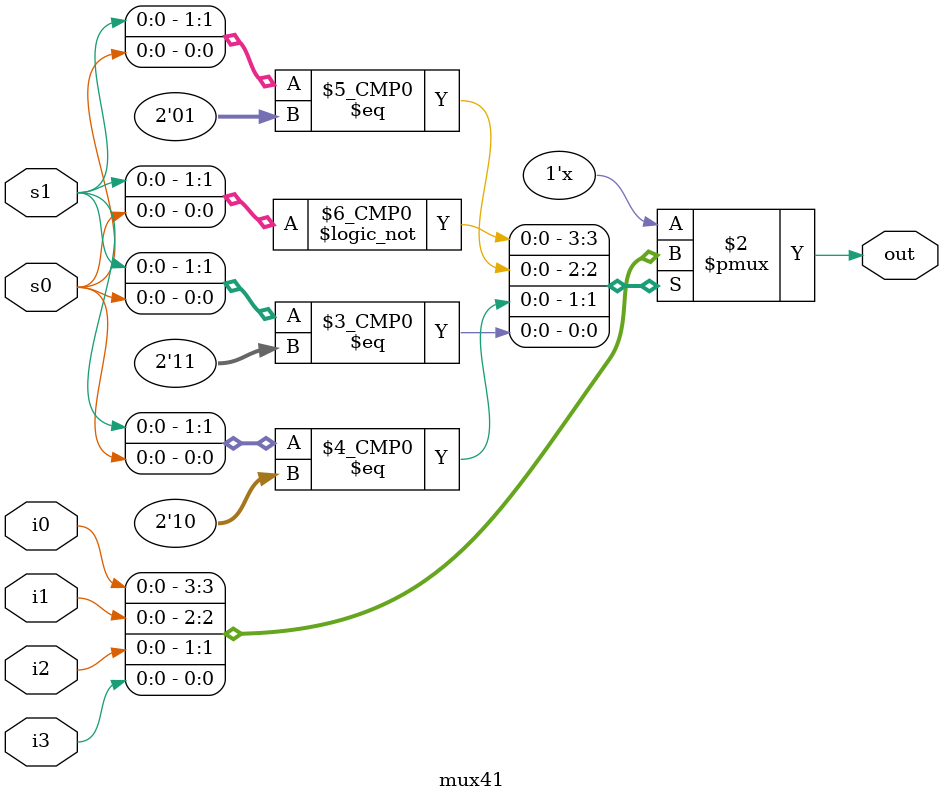
<source format=v>
`timescale 1ns / 1ps


module mux41(out,i3,i2,i1,i0,s1,s0);
input i3,i2,i1,i0,s1,s0;
output reg out;

always@*
begin
 case ({s1,s0})
   2'b00:out=i0;
   2'b01:out=i1;
   2'b10:out=i2;
   2'b11:out=i3;
  endcase
end
endmodule

</source>
